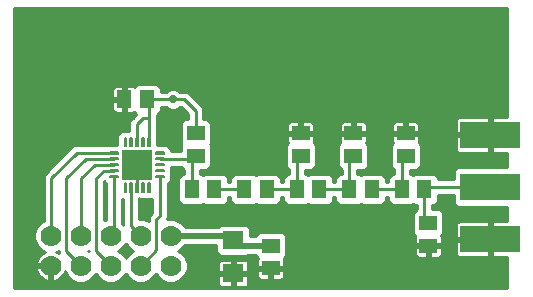
<source format=gtl>
G75*
%MOIN*%
%OFA0B0*%
%FSLAX25Y25*%
%IPPOS*%
%LPD*%
%AMOC8*
5,1,8,0,0,1.08239X$1,22.5*
%
%ADD10R,0.05118X0.05906*%
%ADD11R,0.07087X0.06299*%
%ADD12R,0.05906X0.05118*%
%ADD13C,0.07000*%
%ADD14C,0.00553*%
%ADD15R,0.10236X0.10236*%
%ADD16R,0.20000X0.09000*%
%ADD17C,0.01000*%
%ADD18C,0.02781*%
%ADD19C,0.02000*%
D10*
X0065260Y0070502D03*
X0072740Y0070502D03*
X0082760Y0070502D03*
X0090240Y0070502D03*
X0100260Y0070502D03*
X0107740Y0070502D03*
X0117760Y0070502D03*
X0125240Y0070502D03*
X0135260Y0070502D03*
X0142740Y0070502D03*
X0050240Y0100502D03*
X0042760Y0100502D03*
D11*
X0079000Y0053514D03*
X0079000Y0042490D03*
D12*
X0091500Y0044262D03*
X0091500Y0051742D03*
X0101500Y0081762D03*
X0101500Y0089242D03*
X0119000Y0089242D03*
X0119000Y0081762D03*
X0136500Y0081762D03*
X0136500Y0089242D03*
X0144000Y0059242D03*
X0144000Y0051762D03*
X0066500Y0081762D03*
X0066500Y0089242D03*
D13*
X0058193Y0055000D03*
X0048193Y0055000D03*
X0038193Y0055000D03*
X0028193Y0055000D03*
X0018193Y0055000D03*
X0018193Y0045000D03*
X0028193Y0045000D03*
X0038193Y0045000D03*
X0048193Y0045000D03*
X0058193Y0045000D03*
D14*
X0051116Y0072509D02*
X0050644Y0072509D01*
X0051116Y0072509D02*
X0051116Y0069755D01*
X0050644Y0069755D01*
X0050644Y0072509D01*
X0050644Y0070307D02*
X0051116Y0070307D01*
X0051116Y0070859D02*
X0050644Y0070859D01*
X0050644Y0071411D02*
X0051116Y0071411D01*
X0051116Y0071963D02*
X0050644Y0071963D01*
X0049147Y0072509D02*
X0048675Y0072509D01*
X0049147Y0072509D02*
X0049147Y0069755D01*
X0048675Y0069755D01*
X0048675Y0072509D01*
X0048675Y0070307D02*
X0049147Y0070307D01*
X0049147Y0070859D02*
X0048675Y0070859D01*
X0048675Y0071411D02*
X0049147Y0071411D01*
X0049147Y0071963D02*
X0048675Y0071963D01*
X0047179Y0072509D02*
X0046707Y0072509D01*
X0047179Y0072509D02*
X0047179Y0069755D01*
X0046707Y0069755D01*
X0046707Y0072509D01*
X0046707Y0070307D02*
X0047179Y0070307D01*
X0047179Y0070859D02*
X0046707Y0070859D01*
X0046707Y0071411D02*
X0047179Y0071411D01*
X0047179Y0071963D02*
X0046707Y0071963D01*
X0045210Y0072509D02*
X0044738Y0072509D01*
X0045210Y0072509D02*
X0045210Y0069755D01*
X0044738Y0069755D01*
X0044738Y0072509D01*
X0044738Y0070307D02*
X0045210Y0070307D01*
X0045210Y0070859D02*
X0044738Y0070859D01*
X0044738Y0071411D02*
X0045210Y0071411D01*
X0045210Y0071963D02*
X0044738Y0071963D01*
X0043242Y0072509D02*
X0042770Y0072509D01*
X0043242Y0072509D02*
X0043242Y0069755D01*
X0042770Y0069755D01*
X0042770Y0072509D01*
X0042770Y0070307D02*
X0043242Y0070307D01*
X0043242Y0070859D02*
X0042770Y0070859D01*
X0042770Y0071411D02*
X0043242Y0071411D01*
X0043242Y0071963D02*
X0042770Y0071963D01*
X0040702Y0074577D02*
X0040702Y0075049D01*
X0040702Y0074577D02*
X0037948Y0074577D01*
X0037948Y0075049D01*
X0040702Y0075049D01*
X0040702Y0076545D02*
X0040702Y0077017D01*
X0040702Y0076545D02*
X0037948Y0076545D01*
X0037948Y0077017D01*
X0040702Y0077017D01*
X0040702Y0078514D02*
X0040702Y0078986D01*
X0040702Y0078514D02*
X0037948Y0078514D01*
X0037948Y0078986D01*
X0040702Y0078986D01*
X0040702Y0080483D02*
X0040702Y0080955D01*
X0040702Y0080483D02*
X0037948Y0080483D01*
X0037948Y0080955D01*
X0040702Y0080955D01*
X0040702Y0082451D02*
X0040702Y0082923D01*
X0040702Y0082451D02*
X0037948Y0082451D01*
X0037948Y0082923D01*
X0040702Y0082923D01*
X0042770Y0084991D02*
X0043242Y0084991D01*
X0042770Y0084991D02*
X0042770Y0087745D01*
X0043242Y0087745D01*
X0043242Y0084991D01*
X0043242Y0085543D02*
X0042770Y0085543D01*
X0042770Y0086095D02*
X0043242Y0086095D01*
X0043242Y0086647D02*
X0042770Y0086647D01*
X0042770Y0087199D02*
X0043242Y0087199D01*
X0044738Y0084991D02*
X0045210Y0084991D01*
X0044738Y0084991D02*
X0044738Y0087745D01*
X0045210Y0087745D01*
X0045210Y0084991D01*
X0045210Y0085543D02*
X0044738Y0085543D01*
X0044738Y0086095D02*
X0045210Y0086095D01*
X0045210Y0086647D02*
X0044738Y0086647D01*
X0044738Y0087199D02*
X0045210Y0087199D01*
X0046707Y0084991D02*
X0047179Y0084991D01*
X0046707Y0084991D02*
X0046707Y0087745D01*
X0047179Y0087745D01*
X0047179Y0084991D01*
X0047179Y0085543D02*
X0046707Y0085543D01*
X0046707Y0086095D02*
X0047179Y0086095D01*
X0047179Y0086647D02*
X0046707Y0086647D01*
X0046707Y0087199D02*
X0047179Y0087199D01*
X0048675Y0084991D02*
X0049147Y0084991D01*
X0048675Y0084991D02*
X0048675Y0087745D01*
X0049147Y0087745D01*
X0049147Y0084991D01*
X0049147Y0085543D02*
X0048675Y0085543D01*
X0048675Y0086095D02*
X0049147Y0086095D01*
X0049147Y0086647D02*
X0048675Y0086647D01*
X0048675Y0087199D02*
X0049147Y0087199D01*
X0050644Y0084991D02*
X0051116Y0084991D01*
X0050644Y0084991D02*
X0050644Y0087745D01*
X0051116Y0087745D01*
X0051116Y0084991D01*
X0051116Y0085543D02*
X0050644Y0085543D01*
X0050644Y0086095D02*
X0051116Y0086095D01*
X0051116Y0086647D02*
X0050644Y0086647D01*
X0050644Y0087199D02*
X0051116Y0087199D01*
X0053184Y0082923D02*
X0053184Y0082451D01*
X0053184Y0082923D02*
X0055938Y0082923D01*
X0055938Y0082451D01*
X0053184Y0082451D01*
X0053184Y0080955D02*
X0053184Y0080483D01*
X0053184Y0080955D02*
X0055938Y0080955D01*
X0055938Y0080483D01*
X0053184Y0080483D01*
X0053184Y0078986D02*
X0053184Y0078514D01*
X0053184Y0078986D02*
X0055938Y0078986D01*
X0055938Y0078514D01*
X0053184Y0078514D01*
X0053184Y0077017D02*
X0053184Y0076545D01*
X0053184Y0077017D02*
X0055938Y0077017D01*
X0055938Y0076545D01*
X0053184Y0076545D01*
X0053184Y0075049D02*
X0053184Y0074577D01*
X0053184Y0075049D02*
X0055938Y0075049D01*
X0055938Y0074577D01*
X0053184Y0074577D01*
D15*
X0046943Y0078750D03*
D16*
X0164628Y0071250D03*
X0164628Y0088650D03*
X0164628Y0053850D03*
D17*
X0006000Y0037502D02*
X0006000Y0130864D01*
X0170228Y0130864D01*
X0170228Y0094650D01*
X0165128Y0094650D01*
X0165128Y0089150D01*
X0164128Y0089150D01*
X0164128Y0088150D01*
X0153128Y0088150D01*
X0153128Y0083953D01*
X0153231Y0083571D01*
X0153428Y0083229D01*
X0153707Y0082950D01*
X0154049Y0082752D01*
X0154431Y0082650D01*
X0164128Y0082650D01*
X0164128Y0088150D01*
X0165128Y0088150D01*
X0165128Y0082650D01*
X0170228Y0082650D01*
X0170228Y0077850D01*
X0153758Y0077850D01*
X0152528Y0076620D01*
X0152528Y0073850D01*
X0147399Y0073850D01*
X0147399Y0074325D01*
X0146169Y0075555D01*
X0139311Y0075555D01*
X0139000Y0075243D01*
X0138689Y0075555D01*
X0137860Y0075555D01*
X0137860Y0077103D01*
X0140323Y0077103D01*
X0141553Y0078333D01*
X0141553Y0085191D01*
X0140773Y0085970D01*
X0140851Y0086104D01*
X0140953Y0086486D01*
X0140953Y0088742D01*
X0137000Y0088742D01*
X0137000Y0089742D01*
X0140953Y0089742D01*
X0140953Y0091999D01*
X0140851Y0092380D01*
X0140653Y0092722D01*
X0140374Y0093001D01*
X0140032Y0093199D01*
X0139650Y0093301D01*
X0137000Y0093301D01*
X0137000Y0089742D01*
X0136000Y0089742D01*
X0136000Y0088742D01*
X0132047Y0088742D01*
X0132047Y0086486D01*
X0132149Y0086104D01*
X0132227Y0085970D01*
X0131447Y0085191D01*
X0131447Y0078333D01*
X0132660Y0077120D01*
X0132660Y0075555D01*
X0131831Y0075555D01*
X0130601Y0074325D01*
X0130601Y0073102D01*
X0129899Y0073102D01*
X0129899Y0074325D01*
X0128669Y0075555D01*
X0121811Y0075555D01*
X0121500Y0075243D01*
X0121189Y0075555D01*
X0120360Y0075555D01*
X0120360Y0077103D01*
X0122823Y0077103D01*
X0124053Y0078333D01*
X0124053Y0085191D01*
X0123273Y0085970D01*
X0123351Y0086104D01*
X0123453Y0086486D01*
X0123453Y0088742D01*
X0119500Y0088742D01*
X0119500Y0089742D01*
X0123453Y0089742D01*
X0123453Y0091999D01*
X0123351Y0092380D01*
X0123153Y0092722D01*
X0122874Y0093001D01*
X0122532Y0093199D01*
X0122150Y0093301D01*
X0119500Y0093301D01*
X0119500Y0089742D01*
X0118500Y0089742D01*
X0118500Y0088742D01*
X0114547Y0088742D01*
X0114547Y0086486D01*
X0114649Y0086104D01*
X0114727Y0085970D01*
X0113947Y0085191D01*
X0113947Y0078333D01*
X0115160Y0077120D01*
X0115160Y0075555D01*
X0114331Y0075555D01*
X0113101Y0074325D01*
X0113101Y0073102D01*
X0112399Y0073102D01*
X0112399Y0074325D01*
X0111169Y0075555D01*
X0104311Y0075555D01*
X0104000Y0075243D01*
X0103689Y0075555D01*
X0102860Y0075555D01*
X0102860Y0077103D01*
X0105323Y0077103D01*
X0106553Y0078333D01*
X0106553Y0085191D01*
X0105773Y0085970D01*
X0105851Y0086104D01*
X0105953Y0086486D01*
X0105953Y0088742D01*
X0102000Y0088742D01*
X0102000Y0089742D01*
X0105953Y0089742D01*
X0105953Y0091999D01*
X0105851Y0092380D01*
X0105653Y0092722D01*
X0105374Y0093001D01*
X0105032Y0093199D01*
X0104650Y0093301D01*
X0102000Y0093301D01*
X0102000Y0089742D01*
X0101000Y0089742D01*
X0101000Y0088742D01*
X0097047Y0088742D01*
X0097047Y0086486D01*
X0097149Y0086104D01*
X0097227Y0085970D01*
X0096447Y0085191D01*
X0096447Y0078333D01*
X0097660Y0077120D01*
X0097660Y0075555D01*
X0096831Y0075555D01*
X0095601Y0074325D01*
X0095601Y0073102D01*
X0094899Y0073102D01*
X0094899Y0074325D01*
X0093669Y0075555D01*
X0086811Y0075555D01*
X0086500Y0075243D01*
X0086189Y0075555D01*
X0079331Y0075555D01*
X0078101Y0074325D01*
X0078101Y0073102D01*
X0077399Y0073102D01*
X0077399Y0074325D01*
X0076169Y0075555D01*
X0069311Y0075555D01*
X0069000Y0075243D01*
X0068689Y0075555D01*
X0067860Y0075555D01*
X0067860Y0077103D01*
X0070323Y0077103D01*
X0071553Y0078333D01*
X0071553Y0085191D01*
X0071241Y0085502D01*
X0071553Y0085813D01*
X0071553Y0092671D01*
X0070323Y0093901D01*
X0069100Y0093901D01*
X0069100Y0097269D01*
X0068704Y0098225D01*
X0067973Y0098956D01*
X0067973Y0098956D01*
X0064954Y0101975D01*
X0064223Y0102706D01*
X0063267Y0103102D01*
X0061336Y0103102D01*
X0060977Y0103461D01*
X0059694Y0103993D01*
X0058306Y0103993D01*
X0057023Y0103461D01*
X0056664Y0103102D01*
X0054899Y0103102D01*
X0054899Y0104325D01*
X0053669Y0105555D01*
X0046811Y0105555D01*
X0046032Y0104775D01*
X0045898Y0104852D01*
X0045516Y0104955D01*
X0043260Y0104955D01*
X0043260Y0101002D01*
X0042260Y0101002D01*
X0042260Y0104955D01*
X0040003Y0104955D01*
X0039622Y0104852D01*
X0039280Y0104655D01*
X0039000Y0104376D01*
X0038803Y0104034D01*
X0038701Y0103652D01*
X0038701Y0101002D01*
X0042260Y0101002D01*
X0042260Y0100002D01*
X0043260Y0100002D01*
X0043260Y0096049D01*
X0045516Y0096049D01*
X0045898Y0096151D01*
X0046032Y0096229D01*
X0046666Y0095595D01*
X0045470Y0094399D01*
X0044739Y0093668D01*
X0044343Y0092712D01*
X0044343Y0090122D01*
X0041786Y0090122D01*
X0040394Y0088730D01*
X0040394Y0085299D01*
X0036963Y0085299D01*
X0036952Y0085287D01*
X0026293Y0085287D01*
X0025337Y0084891D01*
X0024606Y0084160D01*
X0016171Y0075725D01*
X0015775Y0074769D01*
X0015775Y0060060D01*
X0015021Y0059747D01*
X0013445Y0058172D01*
X0012593Y0056114D01*
X0012593Y0053886D01*
X0013445Y0051828D01*
X0015021Y0050253D01*
X0016409Y0049678D01*
X0016274Y0049634D01*
X0015572Y0049276D01*
X0014936Y0048814D01*
X0014379Y0048257D01*
X0013917Y0047621D01*
X0013559Y0046919D01*
X0013316Y0046171D01*
X0013210Y0045500D01*
X0017693Y0045500D01*
X0017693Y0044500D01*
X0018693Y0044500D01*
X0018693Y0040017D01*
X0019364Y0040123D01*
X0020112Y0040366D01*
X0020813Y0040724D01*
X0021450Y0041186D01*
X0022007Y0041743D01*
X0022469Y0042379D01*
X0022827Y0043081D01*
X0022871Y0043216D01*
X0023445Y0041828D01*
X0025021Y0040253D01*
X0027079Y0039400D01*
X0029307Y0039400D01*
X0031365Y0040253D01*
X0032940Y0041828D01*
X0033193Y0042438D01*
X0033445Y0041828D01*
X0035021Y0040253D01*
X0037079Y0039400D01*
X0039307Y0039400D01*
X0041365Y0040253D01*
X0042940Y0041828D01*
X0043193Y0042438D01*
X0043445Y0041828D01*
X0045021Y0040253D01*
X0047079Y0039400D01*
X0049307Y0039400D01*
X0051365Y0040253D01*
X0052940Y0041828D01*
X0053193Y0042438D01*
X0053445Y0041828D01*
X0055021Y0040253D01*
X0057079Y0039400D01*
X0059307Y0039400D01*
X0061365Y0040253D01*
X0062940Y0041828D01*
X0063793Y0043886D01*
X0063793Y0046114D01*
X0062940Y0048172D01*
X0061365Y0049747D01*
X0060755Y0050000D01*
X0061365Y0050253D01*
X0062940Y0051828D01*
X0062970Y0051900D01*
X0073357Y0051900D01*
X0073357Y0049494D01*
X0074587Y0048264D01*
X0083413Y0048264D01*
X0083801Y0048652D01*
X0086447Y0048652D01*
X0086447Y0048313D01*
X0087227Y0047534D01*
X0087149Y0047400D01*
X0087047Y0047018D01*
X0087047Y0044762D01*
X0091000Y0044762D01*
X0091000Y0043762D01*
X0087047Y0043762D01*
X0087047Y0041505D01*
X0087149Y0041124D01*
X0087347Y0040782D01*
X0087626Y0040502D01*
X0087968Y0040305D01*
X0088350Y0040203D01*
X0091000Y0040203D01*
X0091000Y0043762D01*
X0092000Y0043762D01*
X0092000Y0044762D01*
X0095953Y0044762D01*
X0095953Y0047018D01*
X0095851Y0047400D01*
X0095773Y0047534D01*
X0096553Y0048313D01*
X0096553Y0055171D01*
X0095323Y0056401D01*
X0087677Y0056401D01*
X0086447Y0055171D01*
X0086447Y0054852D01*
X0084643Y0054852D01*
X0084643Y0057533D01*
X0083413Y0058763D01*
X0074587Y0058763D01*
X0073923Y0058100D01*
X0062970Y0058100D01*
X0062940Y0058172D01*
X0061365Y0059747D01*
X0059307Y0060600D01*
X0057079Y0060600D01*
X0056893Y0060523D01*
X0057161Y0061171D01*
X0057161Y0072440D01*
X0058315Y0073593D01*
X0058315Y0078119D01*
X0061662Y0078119D01*
X0062660Y0077120D01*
X0062660Y0075555D01*
X0061831Y0075555D01*
X0060601Y0074325D01*
X0060601Y0066679D01*
X0061831Y0065449D01*
X0068689Y0065449D01*
X0069000Y0065760D01*
X0069311Y0065449D01*
X0076169Y0065449D01*
X0077399Y0066679D01*
X0077399Y0067902D01*
X0078101Y0067902D01*
X0078101Y0066679D01*
X0079331Y0065449D01*
X0086189Y0065449D01*
X0086500Y0065760D01*
X0086811Y0065449D01*
X0093669Y0065449D01*
X0094899Y0066679D01*
X0094899Y0067902D01*
X0095601Y0067902D01*
X0095601Y0066679D01*
X0096831Y0065449D01*
X0103689Y0065449D01*
X0104000Y0065760D01*
X0104311Y0065449D01*
X0111169Y0065449D01*
X0112399Y0066679D01*
X0112399Y0067902D01*
X0113101Y0067902D01*
X0113101Y0066679D01*
X0114331Y0065449D01*
X0121189Y0065449D01*
X0121500Y0065760D01*
X0121811Y0065449D01*
X0128669Y0065449D01*
X0129899Y0066679D01*
X0129899Y0067902D01*
X0130601Y0067902D01*
X0130601Y0066679D01*
X0131831Y0065449D01*
X0138689Y0065449D01*
X0139000Y0065760D01*
X0139311Y0065449D01*
X0140140Y0065449D01*
X0140140Y0063864D01*
X0138947Y0062671D01*
X0138947Y0055813D01*
X0139727Y0055034D01*
X0139649Y0054900D01*
X0139547Y0054518D01*
X0139547Y0052262D01*
X0143500Y0052262D01*
X0143500Y0051262D01*
X0139547Y0051262D01*
X0139547Y0049005D01*
X0139649Y0048624D01*
X0139847Y0048282D01*
X0140126Y0048002D01*
X0140468Y0047805D01*
X0140850Y0047703D01*
X0143500Y0047703D01*
X0143500Y0051262D01*
X0144500Y0051262D01*
X0144500Y0052262D01*
X0148453Y0052262D01*
X0148453Y0054518D01*
X0148351Y0054900D01*
X0148273Y0055034D01*
X0149053Y0055813D01*
X0149053Y0062671D01*
X0147823Y0063901D01*
X0145340Y0063901D01*
X0145340Y0065449D01*
X0146169Y0065449D01*
X0147399Y0066679D01*
X0147399Y0068650D01*
X0152528Y0068650D01*
X0152528Y0065880D01*
X0153758Y0064650D01*
X0170228Y0064650D01*
X0170228Y0059850D01*
X0165128Y0059850D01*
X0165128Y0054350D01*
X0164128Y0054350D01*
X0164128Y0053350D01*
X0153128Y0053350D01*
X0153128Y0049153D01*
X0153231Y0048771D01*
X0153428Y0048429D01*
X0153707Y0048150D01*
X0154049Y0047952D01*
X0154431Y0047850D01*
X0164128Y0047850D01*
X0164128Y0053350D01*
X0165128Y0053350D01*
X0165128Y0047850D01*
X0170228Y0047850D01*
X0170228Y0037502D01*
X0006000Y0037502D01*
X0006000Y0037995D02*
X0074788Y0037995D01*
X0074878Y0037943D02*
X0075259Y0037841D01*
X0078500Y0037841D01*
X0078500Y0041990D01*
X0079500Y0041990D01*
X0079500Y0037841D01*
X0082741Y0037841D01*
X0083122Y0037943D01*
X0083464Y0038140D01*
X0083744Y0038420D01*
X0083941Y0038762D01*
X0084043Y0039143D01*
X0084043Y0041990D01*
X0079500Y0041990D01*
X0079500Y0042990D01*
X0084043Y0042990D01*
X0084043Y0045837D01*
X0083941Y0046219D01*
X0083744Y0046561D01*
X0083464Y0046840D01*
X0083122Y0047038D01*
X0082741Y0047140D01*
X0079500Y0047140D01*
X0079500Y0042990D01*
X0078500Y0042990D01*
X0078500Y0041990D01*
X0073957Y0041990D01*
X0073957Y0039143D01*
X0074059Y0038762D01*
X0074256Y0038420D01*
X0074536Y0038140D01*
X0074878Y0037943D01*
X0073997Y0038993D02*
X0006000Y0038993D01*
X0006000Y0039992D02*
X0025651Y0039992D01*
X0024283Y0040990D02*
X0021180Y0040990D01*
X0022185Y0041989D02*
X0023379Y0041989D01*
X0022965Y0042987D02*
X0022779Y0042987D01*
X0018693Y0042987D02*
X0017693Y0042987D01*
X0017693Y0041989D02*
X0018693Y0041989D01*
X0018693Y0040990D02*
X0017693Y0040990D01*
X0017693Y0040017D02*
X0017693Y0044500D01*
X0013210Y0044500D01*
X0013316Y0043829D01*
X0013559Y0043081D01*
X0013917Y0042379D01*
X0014379Y0041743D01*
X0014936Y0041186D01*
X0015572Y0040724D01*
X0016274Y0040366D01*
X0017022Y0040123D01*
X0017693Y0040017D01*
X0015206Y0040990D02*
X0006000Y0040990D01*
X0006000Y0041989D02*
X0014200Y0041989D01*
X0013607Y0042987D02*
X0006000Y0042987D01*
X0006000Y0043986D02*
X0013291Y0043986D01*
X0013286Y0045983D02*
X0006000Y0045983D01*
X0006000Y0046981D02*
X0013591Y0046981D01*
X0014177Y0047980D02*
X0006000Y0047980D01*
X0006000Y0048978D02*
X0015162Y0048978D01*
X0015687Y0049977D02*
X0006000Y0049977D01*
X0006000Y0050975D02*
X0014298Y0050975D01*
X0013385Y0051974D02*
X0006000Y0051974D01*
X0006000Y0052972D02*
X0012971Y0052972D01*
X0012593Y0053971D02*
X0006000Y0053971D01*
X0006000Y0054969D02*
X0012593Y0054969D01*
X0012593Y0055968D02*
X0006000Y0055968D01*
X0006000Y0056966D02*
X0012946Y0056966D01*
X0013360Y0057965D02*
X0006000Y0057965D01*
X0006000Y0058963D02*
X0014237Y0058963D01*
X0015538Y0059962D02*
X0006000Y0059962D01*
X0006000Y0060960D02*
X0015775Y0060960D01*
X0015775Y0061959D02*
X0006000Y0061959D01*
X0006000Y0062957D02*
X0015775Y0062957D01*
X0015775Y0063956D02*
X0006000Y0063956D01*
X0006000Y0064954D02*
X0015775Y0064954D01*
X0015775Y0065953D02*
X0006000Y0065953D01*
X0006000Y0066951D02*
X0015775Y0066951D01*
X0015775Y0067950D02*
X0006000Y0067950D01*
X0006000Y0068948D02*
X0015775Y0068948D01*
X0015775Y0069947D02*
X0006000Y0069947D01*
X0006000Y0070945D02*
X0015775Y0070945D01*
X0015775Y0071944D02*
X0006000Y0071944D01*
X0006000Y0072942D02*
X0015775Y0072942D01*
X0015775Y0073941D02*
X0006000Y0073941D01*
X0006000Y0074939D02*
X0015846Y0074939D01*
X0016384Y0075938D02*
X0006000Y0075938D01*
X0006000Y0076936D02*
X0017383Y0076936D01*
X0018381Y0077935D02*
X0006000Y0077935D01*
X0006000Y0078933D02*
X0019380Y0078933D01*
X0020378Y0079932D02*
X0006000Y0079932D01*
X0006000Y0080931D02*
X0021377Y0080931D01*
X0022375Y0081929D02*
X0006000Y0081929D01*
X0006000Y0082928D02*
X0023374Y0082928D01*
X0024372Y0083926D02*
X0006000Y0083926D01*
X0006000Y0084925D02*
X0025418Y0084925D01*
X0026810Y0082687D02*
X0039325Y0082687D01*
X0039325Y0080719D02*
X0029842Y0080719D01*
X0023375Y0074252D01*
X0023375Y0049818D01*
X0028193Y0045000D01*
X0033007Y0041989D02*
X0033379Y0041989D01*
X0034283Y0040990D02*
X0032103Y0040990D01*
X0030735Y0039992D02*
X0035651Y0039992D01*
X0040735Y0039992D02*
X0045651Y0039992D01*
X0044283Y0040990D02*
X0042103Y0040990D01*
X0043007Y0041989D02*
X0043379Y0041989D01*
X0048193Y0045000D02*
X0053375Y0050182D01*
X0053375Y0060502D01*
X0054561Y0061688D01*
X0054561Y0074813D01*
X0057664Y0072942D02*
X0060601Y0072942D01*
X0060601Y0071944D02*
X0057161Y0071944D01*
X0057161Y0070945D02*
X0060601Y0070945D01*
X0060601Y0069947D02*
X0057161Y0069947D01*
X0057161Y0068948D02*
X0060601Y0068948D01*
X0060601Y0067950D02*
X0057161Y0067950D01*
X0057161Y0066951D02*
X0060601Y0066951D01*
X0061327Y0065953D02*
X0057161Y0065953D01*
X0057161Y0064954D02*
X0140140Y0064954D01*
X0140140Y0063956D02*
X0057161Y0063956D01*
X0057161Y0062957D02*
X0139234Y0062957D01*
X0138947Y0061959D02*
X0057161Y0061959D01*
X0057074Y0060960D02*
X0138947Y0060960D01*
X0138947Y0059962D02*
X0060848Y0059962D01*
X0062149Y0058963D02*
X0138947Y0058963D01*
X0138947Y0057965D02*
X0084212Y0057965D01*
X0084643Y0056966D02*
X0138947Y0056966D01*
X0138947Y0055968D02*
X0095756Y0055968D01*
X0096553Y0054969D02*
X0139690Y0054969D01*
X0139547Y0053971D02*
X0096553Y0053971D01*
X0096553Y0052972D02*
X0139547Y0052972D01*
X0139547Y0050975D02*
X0096553Y0050975D01*
X0096553Y0049977D02*
X0139547Y0049977D01*
X0139555Y0048978D02*
X0096553Y0048978D01*
X0096219Y0047980D02*
X0140166Y0047980D01*
X0143500Y0047980D02*
X0144500Y0047980D01*
X0144500Y0047703D02*
X0147150Y0047703D01*
X0147532Y0047805D01*
X0147874Y0048002D01*
X0148153Y0048282D01*
X0148351Y0048624D01*
X0148453Y0049005D01*
X0148453Y0051262D01*
X0144500Y0051262D01*
X0144500Y0047703D01*
X0144500Y0048978D02*
X0143500Y0048978D01*
X0143500Y0049977D02*
X0144500Y0049977D01*
X0144500Y0050975D02*
X0143500Y0050975D01*
X0143500Y0051974D02*
X0096553Y0051974D01*
X0095953Y0046981D02*
X0170228Y0046981D01*
X0170228Y0045983D02*
X0095953Y0045983D01*
X0095953Y0044984D02*
X0170228Y0044984D01*
X0170228Y0043986D02*
X0092000Y0043986D01*
X0092000Y0043762D02*
X0095953Y0043762D01*
X0095953Y0041505D01*
X0095851Y0041124D01*
X0095653Y0040782D01*
X0095374Y0040502D01*
X0095032Y0040305D01*
X0094650Y0040203D01*
X0092000Y0040203D01*
X0092000Y0043762D01*
X0092000Y0042987D02*
X0091000Y0042987D01*
X0091000Y0041989D02*
X0092000Y0041989D01*
X0092000Y0040990D02*
X0091000Y0040990D01*
X0087227Y0040990D02*
X0084043Y0040990D01*
X0084043Y0039992D02*
X0170228Y0039992D01*
X0170228Y0040990D02*
X0095773Y0040990D01*
X0095953Y0041989D02*
X0170228Y0041989D01*
X0170228Y0042987D02*
X0095953Y0042987D01*
X0091000Y0043986D02*
X0084043Y0043986D01*
X0084043Y0044984D02*
X0087047Y0044984D01*
X0087047Y0045983D02*
X0084004Y0045983D01*
X0083220Y0046981D02*
X0087047Y0046981D01*
X0086781Y0047980D02*
X0063020Y0047980D01*
X0063434Y0046981D02*
X0074780Y0046981D01*
X0074878Y0047038D02*
X0074536Y0046840D01*
X0074256Y0046561D01*
X0074059Y0046219D01*
X0073957Y0045837D01*
X0073957Y0042990D01*
X0078500Y0042990D01*
X0078500Y0047140D01*
X0075259Y0047140D01*
X0074878Y0047038D01*
X0073996Y0045983D02*
X0063793Y0045983D01*
X0063793Y0044984D02*
X0073957Y0044984D01*
X0073957Y0043986D02*
X0063793Y0043986D01*
X0063421Y0042987D02*
X0078500Y0042987D01*
X0078500Y0041989D02*
X0079500Y0041989D01*
X0079500Y0042987D02*
X0087047Y0042987D01*
X0087047Y0041989D02*
X0084043Y0041989D01*
X0084003Y0038993D02*
X0170228Y0038993D01*
X0170228Y0037995D02*
X0083212Y0037995D01*
X0079500Y0037995D02*
X0078500Y0037995D01*
X0078500Y0038993D02*
X0079500Y0038993D01*
X0079500Y0039992D02*
X0078500Y0039992D01*
X0078500Y0040990D02*
X0079500Y0040990D01*
X0079500Y0043986D02*
X0078500Y0043986D01*
X0078500Y0044984D02*
X0079500Y0044984D01*
X0079500Y0045983D02*
X0078500Y0045983D01*
X0078500Y0046981D02*
X0079500Y0046981D01*
X0073873Y0048978D02*
X0062134Y0048978D01*
X0060812Y0049977D02*
X0073357Y0049977D01*
X0073357Y0050975D02*
X0062088Y0050975D01*
X0050775Y0059992D02*
X0049307Y0060600D01*
X0047574Y0060600D01*
X0047574Y0067496D01*
X0047692Y0067378D01*
X0051961Y0067378D01*
X0051961Y0062765D01*
X0051171Y0061975D01*
X0050775Y0061019D01*
X0050775Y0059992D01*
X0050775Y0060960D02*
X0047574Y0060960D01*
X0047574Y0061959D02*
X0051164Y0061959D01*
X0051961Y0062957D02*
X0047574Y0062957D01*
X0047574Y0063956D02*
X0051961Y0063956D01*
X0051961Y0064954D02*
X0047574Y0064954D01*
X0047574Y0065953D02*
X0051961Y0065953D01*
X0051961Y0066951D02*
X0047574Y0066951D01*
X0046943Y0071132D02*
X0046943Y0078750D01*
X0046943Y0079434D01*
X0044625Y0081752D01*
X0046443Y0081929D02*
X0047443Y0081929D01*
X0047443Y0082615D02*
X0046443Y0082615D01*
X0046443Y0079250D01*
X0047443Y0079250D01*
X0050807Y0079250D01*
X0050807Y0078250D01*
X0047443Y0078250D01*
X0047443Y0079250D01*
X0047443Y0082615D01*
X0047443Y0080931D02*
X0046443Y0080931D01*
X0046443Y0079932D02*
X0047443Y0079932D01*
X0047443Y0078933D02*
X0050807Y0078933D01*
X0047443Y0078250D02*
X0047443Y0074637D01*
X0047092Y0074285D01*
X0046943Y0074285D01*
X0046943Y0074137D01*
X0046943Y0074137D01*
X0046943Y0074285D01*
X0046794Y0074285D01*
X0046443Y0074637D01*
X0046443Y0078250D01*
X0047443Y0078250D01*
X0047443Y0077935D02*
X0046443Y0077935D01*
X0046443Y0078250D02*
X0043078Y0078250D01*
X0043078Y0079250D01*
X0046443Y0079250D01*
X0046443Y0078250D01*
X0046443Y0078933D02*
X0043078Y0078933D01*
X0046443Y0076936D02*
X0047443Y0076936D01*
X0047443Y0075938D02*
X0046443Y0075938D01*
X0046443Y0074939D02*
X0047443Y0074939D01*
X0046943Y0074137D02*
X0046943Y0074137D01*
X0044974Y0071132D02*
X0044974Y0058219D01*
X0048193Y0055000D01*
X0043193Y0052438D02*
X0043445Y0051828D01*
X0045021Y0050253D01*
X0045630Y0050000D01*
X0045021Y0049747D01*
X0043445Y0048172D01*
X0043193Y0047562D01*
X0042940Y0048172D01*
X0041365Y0049747D01*
X0040755Y0050000D01*
X0041365Y0050253D01*
X0042940Y0051828D01*
X0043193Y0052438D01*
X0043001Y0051974D02*
X0043385Y0051974D01*
X0044298Y0050975D02*
X0042088Y0050975D01*
X0040812Y0049977D02*
X0045574Y0049977D01*
X0044251Y0048978D02*
X0042134Y0048978D01*
X0043020Y0047980D02*
X0043366Y0047980D01*
X0038193Y0045000D02*
X0033375Y0049818D01*
X0033375Y0074252D01*
X0035875Y0076752D01*
X0039295Y0076752D01*
X0039325Y0076781D01*
X0039325Y0078750D02*
X0032873Y0078750D01*
X0028375Y0074252D01*
X0028375Y0055182D01*
X0028193Y0055000D01*
X0035975Y0060143D02*
X0035975Y0073175D01*
X0035982Y0073182D01*
X0036725Y0072440D01*
X0036725Y0060453D01*
X0035975Y0060143D01*
X0035975Y0060960D02*
X0036725Y0060960D01*
X0036725Y0061959D02*
X0035975Y0061959D01*
X0035975Y0062957D02*
X0036725Y0062957D01*
X0036725Y0063956D02*
X0035975Y0063956D01*
X0035975Y0064954D02*
X0036725Y0064954D01*
X0036725Y0065953D02*
X0035975Y0065953D01*
X0035975Y0066951D02*
X0036725Y0066951D01*
X0036725Y0067950D02*
X0035975Y0067950D01*
X0035975Y0068948D02*
X0036725Y0068948D01*
X0036725Y0069947D02*
X0035975Y0069947D01*
X0035975Y0070945D02*
X0036725Y0070945D01*
X0036725Y0071944D02*
X0035975Y0071944D01*
X0035975Y0072942D02*
X0036222Y0072942D01*
X0039325Y0074813D02*
X0039325Y0056132D01*
X0038193Y0055000D01*
X0042374Y0058738D02*
X0041925Y0059188D01*
X0041925Y0067378D01*
X0042374Y0067378D01*
X0042374Y0058738D01*
X0042374Y0058963D02*
X0042149Y0058963D01*
X0041925Y0059962D02*
X0042374Y0059962D01*
X0042374Y0060960D02*
X0041925Y0060960D01*
X0041925Y0061959D02*
X0042374Y0061959D01*
X0042374Y0062957D02*
X0041925Y0062957D01*
X0041925Y0063956D02*
X0042374Y0063956D01*
X0042374Y0064954D02*
X0041925Y0064954D01*
X0041925Y0065953D02*
X0042374Y0065953D01*
X0042374Y0066951D02*
X0041925Y0066951D01*
X0058315Y0073941D02*
X0060601Y0073941D01*
X0061216Y0074939D02*
X0058315Y0074939D01*
X0058315Y0075938D02*
X0062660Y0075938D01*
X0062660Y0076936D02*
X0058315Y0076936D01*
X0058315Y0077935D02*
X0061845Y0077935D01*
X0065260Y0080522D02*
X0065260Y0070502D01*
X0067860Y0075938D02*
X0097660Y0075938D01*
X0097660Y0076936D02*
X0067860Y0076936D01*
X0071155Y0077935D02*
X0096845Y0077935D01*
X0096447Y0078933D02*
X0071553Y0078933D01*
X0071553Y0079932D02*
X0096447Y0079932D01*
X0096447Y0080931D02*
X0071553Y0080931D01*
X0071553Y0081929D02*
X0096447Y0081929D01*
X0096447Y0082928D02*
X0071553Y0082928D01*
X0071553Y0083926D02*
X0096447Y0083926D01*
X0096447Y0084925D02*
X0071553Y0084925D01*
X0071553Y0085923D02*
X0097180Y0085923D01*
X0097047Y0086922D02*
X0071553Y0086922D01*
X0071553Y0087920D02*
X0097047Y0087920D01*
X0097047Y0089742D02*
X0101000Y0089742D01*
X0101000Y0093301D01*
X0098350Y0093301D01*
X0097968Y0093199D01*
X0097626Y0093001D01*
X0097347Y0092722D01*
X0097149Y0092380D01*
X0097047Y0091999D01*
X0097047Y0089742D01*
X0097047Y0089917D02*
X0071553Y0089917D01*
X0071553Y0088919D02*
X0101000Y0088919D01*
X0101000Y0089917D02*
X0102000Y0089917D01*
X0102000Y0088919D02*
X0118500Y0088919D01*
X0118500Y0089742D02*
X0114547Y0089742D01*
X0114547Y0091999D01*
X0114649Y0092380D01*
X0114847Y0092722D01*
X0115126Y0093001D01*
X0115468Y0093199D01*
X0115850Y0093301D01*
X0118500Y0093301D01*
X0118500Y0089742D01*
X0118500Y0089917D02*
X0119500Y0089917D01*
X0119500Y0088919D02*
X0136000Y0088919D01*
X0136000Y0089742D02*
X0132047Y0089742D01*
X0132047Y0091999D01*
X0132149Y0092380D01*
X0132347Y0092722D01*
X0132626Y0093001D01*
X0132968Y0093199D01*
X0133350Y0093301D01*
X0136000Y0093301D01*
X0136000Y0089742D01*
X0136000Y0089917D02*
X0137000Y0089917D01*
X0137000Y0088919D02*
X0164128Y0088919D01*
X0164128Y0089150D02*
X0153128Y0089150D01*
X0153128Y0093347D01*
X0153231Y0093729D01*
X0153428Y0094071D01*
X0153707Y0094350D01*
X0154049Y0094548D01*
X0154431Y0094650D01*
X0164128Y0094650D01*
X0164128Y0089150D01*
X0164128Y0089917D02*
X0165128Y0089917D01*
X0165128Y0090916D02*
X0164128Y0090916D01*
X0164128Y0091914D02*
X0165128Y0091914D01*
X0165128Y0092913D02*
X0164128Y0092913D01*
X0164128Y0093911D02*
X0165128Y0093911D01*
X0170228Y0094910D02*
X0069100Y0094910D01*
X0069100Y0095908D02*
X0170228Y0095908D01*
X0170228Y0096907D02*
X0069100Y0096907D01*
X0068837Y0097905D02*
X0170228Y0097905D01*
X0170228Y0098904D02*
X0068025Y0098904D01*
X0067027Y0099902D02*
X0170228Y0099902D01*
X0170228Y0100901D02*
X0066028Y0100901D01*
X0065030Y0101899D02*
X0170228Y0101899D01*
X0170228Y0102898D02*
X0063760Y0102898D01*
X0064954Y0101975D02*
X0064954Y0101975D01*
X0062750Y0100502D02*
X0059000Y0100502D01*
X0050240Y0100502D01*
X0050880Y0100502D01*
X0050880Y0094252D01*
X0049000Y0094252D01*
X0046943Y0092195D01*
X0046943Y0086368D01*
X0050880Y0086368D02*
X0050880Y0094252D01*
X0053480Y0093911D02*
X0063900Y0093911D01*
X0063900Y0093901D02*
X0062677Y0093901D01*
X0061447Y0092671D01*
X0061447Y0085813D01*
X0061759Y0085502D01*
X0061447Y0085191D01*
X0061447Y0083318D01*
X0058315Y0083318D01*
X0058315Y0083907D01*
X0056923Y0085299D01*
X0053492Y0085299D01*
X0053492Y0088730D01*
X0053480Y0088741D01*
X0053480Y0095449D01*
X0053669Y0095449D01*
X0054899Y0096679D01*
X0054899Y0097902D01*
X0056664Y0097902D01*
X0057023Y0097543D01*
X0058306Y0097011D01*
X0059694Y0097011D01*
X0060977Y0097543D01*
X0061336Y0097902D01*
X0061673Y0097902D01*
X0063900Y0095675D01*
X0063900Y0093901D01*
X0063900Y0094910D02*
X0053480Y0094910D01*
X0054128Y0095908D02*
X0063667Y0095908D01*
X0062668Y0096907D02*
X0054899Y0096907D01*
X0053480Y0092913D02*
X0061689Y0092913D01*
X0061447Y0091914D02*
X0053480Y0091914D01*
X0053480Y0090916D02*
X0061447Y0090916D01*
X0061447Y0089917D02*
X0053480Y0089917D01*
X0053480Y0088919D02*
X0061447Y0088919D01*
X0061447Y0087920D02*
X0053492Y0087920D01*
X0053492Y0086922D02*
X0061447Y0086922D01*
X0061447Y0085923D02*
X0053492Y0085923D01*
X0057297Y0084925D02*
X0061447Y0084925D01*
X0061447Y0083926D02*
X0058295Y0083926D01*
X0054561Y0080719D02*
X0065457Y0080719D01*
X0066500Y0081762D01*
X0065260Y0080522D01*
X0076784Y0074939D02*
X0078716Y0074939D01*
X0078101Y0073941D02*
X0077399Y0073941D01*
X0072740Y0070502D02*
X0082760Y0070502D01*
X0078101Y0066951D02*
X0077399Y0066951D01*
X0076673Y0065953D02*
X0078827Y0065953D01*
X0090240Y0070502D02*
X0100260Y0070502D01*
X0100260Y0080522D01*
X0101500Y0081762D01*
X0106553Y0081929D02*
X0113947Y0081929D01*
X0113947Y0080931D02*
X0106553Y0080931D01*
X0106553Y0079932D02*
X0113947Y0079932D01*
X0113947Y0078933D02*
X0106553Y0078933D01*
X0106155Y0077935D02*
X0114345Y0077935D01*
X0115160Y0076936D02*
X0102860Y0076936D01*
X0102860Y0075938D02*
X0115160Y0075938D01*
X0113716Y0074939D02*
X0111784Y0074939D01*
X0112399Y0073941D02*
X0113101Y0073941D01*
X0117760Y0070502D02*
X0107740Y0070502D01*
X0112399Y0066951D02*
X0113101Y0066951D01*
X0113827Y0065953D02*
X0111673Y0065953D01*
X0117760Y0070502D02*
X0117760Y0080522D01*
X0119000Y0081762D01*
X0113947Y0082928D02*
X0106553Y0082928D01*
X0106553Y0083926D02*
X0113947Y0083926D01*
X0113947Y0084925D02*
X0106553Y0084925D01*
X0105820Y0085923D02*
X0114680Y0085923D01*
X0114547Y0086922D02*
X0105953Y0086922D01*
X0105953Y0087920D02*
X0114547Y0087920D01*
X0114547Y0089917D02*
X0105953Y0089917D01*
X0105953Y0090916D02*
X0114547Y0090916D01*
X0114547Y0091914D02*
X0105953Y0091914D01*
X0105463Y0092913D02*
X0115037Y0092913D01*
X0118500Y0092913D02*
X0119500Y0092913D01*
X0119500Y0091914D02*
X0118500Y0091914D01*
X0118500Y0090916D02*
X0119500Y0090916D01*
X0123453Y0090916D02*
X0132047Y0090916D01*
X0132047Y0091914D02*
X0123453Y0091914D01*
X0122963Y0092913D02*
X0132537Y0092913D01*
X0136000Y0092913D02*
X0137000Y0092913D01*
X0137000Y0091914D02*
X0136000Y0091914D01*
X0136000Y0090916D02*
X0137000Y0090916D01*
X0140463Y0092913D02*
X0153128Y0092913D01*
X0153128Y0091914D02*
X0140953Y0091914D01*
X0140953Y0090916D02*
X0153128Y0090916D01*
X0153128Y0089917D02*
X0140953Y0089917D01*
X0140953Y0087920D02*
X0153128Y0087920D01*
X0153128Y0086922D02*
X0140953Y0086922D01*
X0140820Y0085923D02*
X0153128Y0085923D01*
X0153128Y0084925D02*
X0141553Y0084925D01*
X0141553Y0083926D02*
X0153135Y0083926D01*
X0153746Y0082928D02*
X0141553Y0082928D01*
X0141553Y0081929D02*
X0170228Y0081929D01*
X0170228Y0080931D02*
X0141553Y0080931D01*
X0141553Y0079932D02*
X0170228Y0079932D01*
X0170228Y0078933D02*
X0141553Y0078933D01*
X0141155Y0077935D02*
X0170228Y0077935D01*
X0165128Y0082928D02*
X0164128Y0082928D01*
X0164128Y0083926D02*
X0165128Y0083926D01*
X0165128Y0084925D02*
X0164128Y0084925D01*
X0164128Y0085923D02*
X0165128Y0085923D01*
X0165128Y0086922D02*
X0164128Y0086922D01*
X0164128Y0087920D02*
X0165128Y0087920D01*
X0153336Y0093911D02*
X0069100Y0093911D01*
X0071311Y0092913D02*
X0097537Y0092913D01*
X0097047Y0091914D02*
X0071553Y0091914D01*
X0071553Y0090916D02*
X0097047Y0090916D01*
X0101000Y0090916D02*
X0102000Y0090916D01*
X0102000Y0091914D02*
X0101000Y0091914D01*
X0101000Y0092913D02*
X0102000Y0092913D01*
X0123453Y0089917D02*
X0132047Y0089917D01*
X0132047Y0087920D02*
X0123453Y0087920D01*
X0123453Y0086922D02*
X0132047Y0086922D01*
X0132180Y0085923D02*
X0123320Y0085923D01*
X0124053Y0084925D02*
X0131447Y0084925D01*
X0131447Y0083926D02*
X0124053Y0083926D01*
X0124053Y0082928D02*
X0131447Y0082928D01*
X0131447Y0081929D02*
X0124053Y0081929D01*
X0124053Y0080931D02*
X0131447Y0080931D01*
X0131447Y0079932D02*
X0124053Y0079932D01*
X0124053Y0078933D02*
X0131447Y0078933D01*
X0131845Y0077935D02*
X0123655Y0077935D01*
X0120360Y0076936D02*
X0132660Y0076936D01*
X0132660Y0075938D02*
X0120360Y0075938D01*
X0125240Y0070502D02*
X0135260Y0070502D01*
X0135260Y0080522D01*
X0136500Y0081762D01*
X0137860Y0076936D02*
X0152845Y0076936D01*
X0152528Y0075938D02*
X0137860Y0075938D01*
X0131216Y0074939D02*
X0129284Y0074939D01*
X0129899Y0073941D02*
X0130601Y0073941D01*
X0130601Y0066951D02*
X0129899Y0066951D01*
X0129173Y0065953D02*
X0131327Y0065953D01*
X0142740Y0070502D02*
X0142740Y0060502D01*
X0144000Y0059242D01*
X0149053Y0058963D02*
X0153250Y0058963D01*
X0153231Y0058929D02*
X0153128Y0058547D01*
X0153128Y0054350D01*
X0164128Y0054350D01*
X0164128Y0059850D01*
X0154431Y0059850D01*
X0154049Y0059748D01*
X0153707Y0059550D01*
X0153428Y0059271D01*
X0153231Y0058929D01*
X0153128Y0057965D02*
X0149053Y0057965D01*
X0149053Y0056966D02*
X0153128Y0056966D01*
X0153128Y0055968D02*
X0149053Y0055968D01*
X0148310Y0054969D02*
X0153128Y0054969D01*
X0153128Y0052972D02*
X0148453Y0052972D01*
X0148453Y0053971D02*
X0164128Y0053971D01*
X0164128Y0054969D02*
X0165128Y0054969D01*
X0165128Y0055968D02*
X0164128Y0055968D01*
X0164128Y0056966D02*
X0165128Y0056966D01*
X0165128Y0057965D02*
X0164128Y0057965D01*
X0164128Y0058963D02*
X0165128Y0058963D01*
X0170228Y0059962D02*
X0149053Y0059962D01*
X0149053Y0060960D02*
X0170228Y0060960D01*
X0170228Y0061959D02*
X0149053Y0061959D01*
X0148766Y0062957D02*
X0170228Y0062957D01*
X0170228Y0063956D02*
X0145340Y0063956D01*
X0145340Y0064954D02*
X0153454Y0064954D01*
X0152528Y0065953D02*
X0146673Y0065953D01*
X0147399Y0066951D02*
X0152528Y0066951D01*
X0152528Y0067950D02*
X0147399Y0067950D01*
X0143488Y0071250D02*
X0164628Y0071250D01*
X0152528Y0073941D02*
X0147399Y0073941D01*
X0146784Y0074939D02*
X0152528Y0074939D01*
X0143488Y0071250D02*
X0142740Y0070502D01*
X0164128Y0052972D02*
X0165128Y0052972D01*
X0165128Y0051974D02*
X0164128Y0051974D01*
X0164128Y0050975D02*
X0165128Y0050975D01*
X0165128Y0049977D02*
X0164128Y0049977D01*
X0164128Y0048978D02*
X0165128Y0048978D01*
X0165128Y0047980D02*
X0164128Y0047980D01*
X0154002Y0047980D02*
X0147834Y0047980D01*
X0148445Y0048978D02*
X0153175Y0048978D01*
X0153128Y0049977D02*
X0148453Y0049977D01*
X0148453Y0050975D02*
X0153128Y0050975D01*
X0153128Y0051974D02*
X0144500Y0051974D01*
X0096327Y0065953D02*
X0094173Y0065953D01*
X0094899Y0066951D02*
X0095601Y0066951D01*
X0095601Y0073941D02*
X0094899Y0073941D01*
X0094284Y0074939D02*
X0096216Y0074939D01*
X0087244Y0055968D02*
X0084643Y0055968D01*
X0084643Y0054969D02*
X0086447Y0054969D01*
X0073957Y0041989D02*
X0063007Y0041989D01*
X0062103Y0040990D02*
X0073957Y0040990D01*
X0073957Y0039992D02*
X0060735Y0039992D01*
X0055651Y0039992D02*
X0050735Y0039992D01*
X0052103Y0040990D02*
X0054283Y0040990D01*
X0053379Y0041989D02*
X0053007Y0041989D01*
X0030775Y0049992D02*
X0030755Y0050000D01*
X0030775Y0050008D01*
X0030775Y0049992D01*
X0020775Y0049977D02*
X0020699Y0049977D01*
X0020775Y0050008D02*
X0020775Y0049301D01*
X0020777Y0049295D01*
X0020112Y0049634D01*
X0019977Y0049678D01*
X0020775Y0050008D01*
X0018193Y0055000D02*
X0018375Y0055182D01*
X0018375Y0074252D01*
X0026810Y0082687D01*
X0040394Y0085923D02*
X0006000Y0085923D01*
X0006000Y0086922D02*
X0040394Y0086922D01*
X0040394Y0087920D02*
X0006000Y0087920D01*
X0006000Y0088919D02*
X0040583Y0088919D01*
X0041582Y0089917D02*
X0006000Y0089917D01*
X0006000Y0090916D02*
X0044343Y0090916D01*
X0044343Y0091914D02*
X0006000Y0091914D01*
X0006000Y0092913D02*
X0044426Y0092913D01*
X0044982Y0093911D02*
X0006000Y0093911D01*
X0006000Y0094910D02*
X0045981Y0094910D01*
X0046352Y0095908D02*
X0006000Y0095908D01*
X0006000Y0096907D02*
X0038840Y0096907D01*
X0038803Y0096970D02*
X0039000Y0096628D01*
X0039280Y0096349D01*
X0039622Y0096151D01*
X0040003Y0096049D01*
X0042260Y0096049D01*
X0042260Y0100002D01*
X0038701Y0100002D01*
X0038701Y0097352D01*
X0038803Y0096970D01*
X0038701Y0097905D02*
X0006000Y0097905D01*
X0006000Y0098904D02*
X0038701Y0098904D01*
X0038701Y0099902D02*
X0006000Y0099902D01*
X0006000Y0100901D02*
X0042260Y0100901D01*
X0042260Y0101899D02*
X0043260Y0101899D01*
X0043260Y0102898D02*
X0042260Y0102898D01*
X0042260Y0103896D02*
X0043260Y0103896D01*
X0043260Y0104895D02*
X0042260Y0104895D01*
X0039780Y0104895D02*
X0006000Y0104895D01*
X0006000Y0105893D02*
X0170228Y0105893D01*
X0170228Y0104895D02*
X0054329Y0104895D01*
X0054899Y0103896D02*
X0058073Y0103896D01*
X0059927Y0103896D02*
X0170228Y0103896D01*
X0170228Y0106892D02*
X0006000Y0106892D01*
X0006000Y0107890D02*
X0170228Y0107890D01*
X0170228Y0108889D02*
X0006000Y0108889D01*
X0006000Y0109887D02*
X0170228Y0109887D01*
X0170228Y0110886D02*
X0006000Y0110886D01*
X0006000Y0111884D02*
X0170228Y0111884D01*
X0170228Y0112883D02*
X0006000Y0112883D01*
X0006000Y0113881D02*
X0170228Y0113881D01*
X0170228Y0114880D02*
X0006000Y0114880D01*
X0006000Y0115878D02*
X0170228Y0115878D01*
X0170228Y0116877D02*
X0006000Y0116877D01*
X0006000Y0117875D02*
X0170228Y0117875D01*
X0170228Y0118874D02*
X0006000Y0118874D01*
X0006000Y0119872D02*
X0170228Y0119872D01*
X0170228Y0120871D02*
X0006000Y0120871D01*
X0006000Y0121869D02*
X0170228Y0121869D01*
X0170228Y0122868D02*
X0006000Y0122868D01*
X0006000Y0123866D02*
X0170228Y0123866D01*
X0170228Y0124865D02*
X0006000Y0124865D01*
X0006000Y0125864D02*
X0170228Y0125864D01*
X0170228Y0126862D02*
X0006000Y0126862D01*
X0006000Y0127861D02*
X0170228Y0127861D01*
X0170228Y0128859D02*
X0006000Y0128859D01*
X0006000Y0129858D02*
X0170228Y0129858D01*
X0170228Y0130856D02*
X0006000Y0130856D01*
X0045740Y0104895D02*
X0046151Y0104895D01*
X0038766Y0103896D02*
X0006000Y0103896D01*
X0006000Y0102898D02*
X0038701Y0102898D01*
X0038701Y0101899D02*
X0006000Y0101899D01*
X0042260Y0099902D02*
X0043260Y0099902D01*
X0043260Y0098904D02*
X0042260Y0098904D01*
X0042260Y0097905D02*
X0043260Y0097905D01*
X0043260Y0096907D02*
X0042260Y0096907D01*
X0062750Y0100502D02*
X0066500Y0096752D01*
X0066500Y0089242D01*
X0018693Y0043986D02*
X0017693Y0043986D01*
X0017693Y0044984D02*
X0006000Y0044984D01*
D18*
X0009625Y0048002D03*
X0009625Y0055502D03*
X0009625Y0063002D03*
X0009625Y0070502D03*
X0009625Y0078002D03*
X0017125Y0085502D03*
X0022125Y0090502D03*
X0029625Y0090502D03*
X0037125Y0090502D03*
X0042125Y0093002D03*
X0034625Y0098002D03*
X0034625Y0103002D03*
X0039625Y0108002D03*
X0047125Y0108002D03*
X0054625Y0108002D03*
X0062125Y0108002D03*
X0059000Y0100502D03*
X0069625Y0100502D03*
X0074625Y0095502D03*
X0074625Y0088002D03*
X0074625Y0080502D03*
X0079625Y0080502D03*
X0087125Y0080502D03*
X0094625Y0080502D03*
X0094625Y0085502D03*
X0094625Y0090502D03*
X0102125Y0095502D03*
X0109625Y0095502D03*
X0119625Y0095502D03*
X0129625Y0095502D03*
X0137125Y0095502D03*
X0152125Y0098002D03*
X0157125Y0098002D03*
X0162125Y0098002D03*
X0167125Y0098002D03*
X0152125Y0093002D03*
X0152125Y0085502D03*
X0152125Y0080502D03*
X0157125Y0080502D03*
X0162125Y0080502D03*
X0167125Y0080502D03*
X0167125Y0063002D03*
X0162125Y0063002D03*
X0157125Y0063002D03*
X0152125Y0063002D03*
X0152125Y0058002D03*
X0152125Y0050502D03*
X0152125Y0045502D03*
X0157125Y0045502D03*
X0162125Y0045502D03*
X0167125Y0045502D03*
X0147125Y0045502D03*
X0139625Y0045502D03*
X0137125Y0050502D03*
X0137125Y0058002D03*
X0132125Y0063002D03*
X0124625Y0063002D03*
X0117125Y0063002D03*
X0109625Y0063002D03*
X0102125Y0063002D03*
X0094625Y0063002D03*
X0087125Y0063002D03*
X0079625Y0063002D03*
X0072125Y0063002D03*
X0064625Y0063002D03*
X0049625Y0063002D03*
X0049625Y0075502D03*
X0047125Y0078627D03*
X0044625Y0081752D03*
X0049625Y0081752D03*
X0044625Y0075502D03*
X0067125Y0048002D03*
X0067125Y0040502D03*
X0099625Y0040502D03*
X0099625Y0045502D03*
X0099625Y0050502D03*
X0099625Y0055502D03*
X0009625Y0040502D03*
D19*
X0058193Y0055000D02*
X0077514Y0055000D01*
X0079000Y0053514D01*
X0079000Y0053002D01*
X0080250Y0051752D01*
X0091490Y0051752D01*
X0091500Y0051742D01*
M02*

</source>
